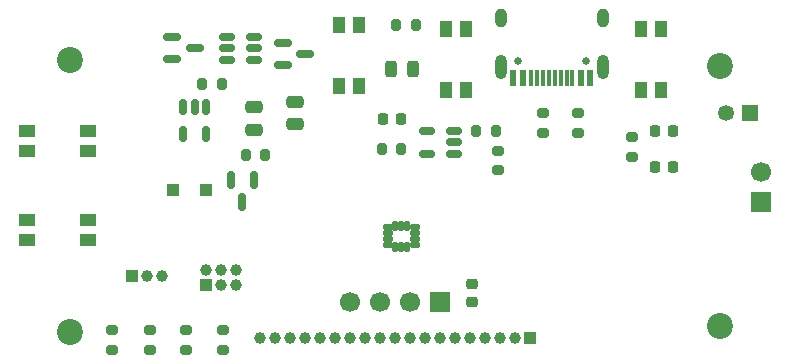
<source format=gbr>
%TF.GenerationSoftware,KiCad,Pcbnew,9.0.1*%
%TF.CreationDate,2025-06-14T17:56:14-05:00*%
%TF.ProjectId,OM-FlexGrid-Rigid-PCB,4f4d2d46-6c65-4784-9772-69642d526967,rev?*%
%TF.SameCoordinates,Original*%
%TF.FileFunction,Soldermask,Top*%
%TF.FilePolarity,Negative*%
%FSLAX46Y46*%
G04 Gerber Fmt 4.6, Leading zero omitted, Abs format (unit mm)*
G04 Created by KiCad (PCBNEW 9.0.1) date 2025-06-14 17:56:14*
%MOMM*%
%LPD*%
G01*
G04 APERTURE LIST*
G04 Aperture macros list*
%AMRoundRect*
0 Rectangle with rounded corners*
0 $1 Rounding radius*
0 $2 $3 $4 $5 $6 $7 $8 $9 X,Y pos of 4 corners*
0 Add a 4 corners polygon primitive as box body*
4,1,4,$2,$3,$4,$5,$6,$7,$8,$9,$2,$3,0*
0 Add four circle primitives for the rounded corners*
1,1,$1+$1,$2,$3*
1,1,$1+$1,$4,$5*
1,1,$1+$1,$6,$7*
1,1,$1+$1,$8,$9*
0 Add four rect primitives between the rounded corners*
20,1,$1+$1,$2,$3,$4,$5,0*
20,1,$1+$1,$4,$5,$6,$7,0*
20,1,$1+$1,$6,$7,$8,$9,0*
20,1,$1+$1,$8,$9,$2,$3,0*%
G04 Aperture macros list end*
%ADD10RoundRect,0.243750X0.243750X0.456250X-0.243750X0.456250X-0.243750X-0.456250X0.243750X-0.456250X0*%
%ADD11RoundRect,0.200000X-0.200000X-0.275000X0.200000X-0.275000X0.200000X0.275000X-0.200000X0.275000X0*%
%ADD12R,1.000000X1.000000*%
%ADD13C,1.000000*%
%ADD14RoundRect,0.101600X-0.300000X-0.150000X0.300000X-0.150000X0.300000X0.150000X-0.300000X0.150000X0*%
%ADD15RoundRect,0.101600X0.150000X-0.300000X0.150000X0.300000X-0.150000X0.300000X-0.150000X-0.300000X0*%
%ADD16R,1.700000X1.700000*%
%ADD17C,1.700000*%
%ADD18C,2.200000*%
%ADD19RoundRect,0.200000X-0.275000X0.200000X-0.275000X-0.200000X0.275000X-0.200000X0.275000X0.200000X0*%
%ADD20RoundRect,0.250000X-0.300000X-0.300000X0.300000X-0.300000X0.300000X0.300000X-0.300000X0.300000X0*%
%ADD21R,1.450000X1.000000*%
%ADD22RoundRect,0.150000X-0.150000X0.512500X-0.150000X-0.512500X0.150000X-0.512500X0.150000X0.512500X0*%
%ADD23RoundRect,0.225000X-0.250000X0.225000X-0.250000X-0.225000X0.250000X-0.225000X0.250000X0.225000X0*%
%ADD24RoundRect,0.150000X-0.587500X-0.150000X0.587500X-0.150000X0.587500X0.150000X-0.587500X0.150000X0*%
%ADD25RoundRect,0.200000X0.200000X0.275000X-0.200000X0.275000X-0.200000X-0.275000X0.200000X-0.275000X0*%
%ADD26RoundRect,0.150000X-0.512500X-0.150000X0.512500X-0.150000X0.512500X0.150000X-0.512500X0.150000X0*%
%ADD27R,1.000000X1.450000*%
%ADD28RoundRect,0.150000X-0.150000X0.587500X-0.150000X-0.587500X0.150000X-0.587500X0.150000X0.587500X0*%
%ADD29RoundRect,0.225000X-0.225000X-0.250000X0.225000X-0.250000X0.225000X0.250000X-0.225000X0.250000X0*%
%ADD30RoundRect,0.250000X-0.475000X0.250000X-0.475000X-0.250000X0.475000X-0.250000X0.475000X0.250000X0*%
%ADD31RoundRect,0.150000X0.512500X0.150000X-0.512500X0.150000X-0.512500X-0.150000X0.512500X-0.150000X0*%
%ADD32C,0.650000*%
%ADD33R,0.600000X1.450000*%
%ADD34R,0.300000X1.450000*%
%ADD35O,1.000000X2.100000*%
%ADD36O,1.000000X1.600000*%
%ADD37RoundRect,0.225000X0.225000X0.250000X-0.225000X0.250000X-0.225000X-0.250000X0.225000X-0.250000X0*%
%ADD38RoundRect,0.250000X0.475000X-0.250000X0.475000X0.250000X-0.475000X0.250000X-0.475000X-0.250000X0*%
%ADD39RoundRect,0.200000X0.275000X-0.200000X0.275000X0.200000X-0.275000X0.200000X-0.275000X-0.200000X0*%
%ADD40R,1.350000X1.350000*%
%ADD41C,1.350000*%
G04 APERTURE END LIST*
D10*
%TO.C,D2*%
X186000000Y-104250000D03*
X184125000Y-104250000D03*
%TD*%
D11*
%TO.C,R5*%
X186250000Y-100500000D03*
X184600000Y-100500000D03*
%TD*%
D12*
%TO.C,J6*%
X162230000Y-121750000D03*
D13*
X163500000Y-121750000D03*
X164770000Y-121750000D03*
%TD*%
D12*
%TO.C,J1*%
X168480000Y-122500000D03*
D13*
X168480000Y-121230000D03*
X169750000Y-122500000D03*
X169750000Y-121230000D03*
X171020000Y-122500000D03*
X171020000Y-121230000D03*
%TD*%
D14*
%TO.C,IC1*%
X183850000Y-117650000D03*
X183850000Y-118150000D03*
X183850000Y-118650000D03*
X183850000Y-119150000D03*
D15*
X184500000Y-119300000D03*
X185000000Y-119300000D03*
X185500000Y-119300000D03*
D14*
X186150000Y-119150000D03*
X186150000Y-118650000D03*
X186150000Y-118150000D03*
X186150000Y-117650000D03*
D15*
X185500000Y-117500000D03*
X185000000Y-117500000D03*
X184500000Y-117500000D03*
%TD*%
D16*
%TO.C,SCRN1*%
X188310000Y-124000000D03*
D17*
X185770000Y-124000000D03*
X183230000Y-124000000D03*
X180690000Y-124000000D03*
%TD*%
D18*
%TO.C,H4*%
X157000000Y-126500000D03*
%TD*%
%TO.C,H3*%
X212000000Y-126000000D03*
%TD*%
D19*
%TO.C,R14*%
X163700000Y-126350000D03*
X163700000Y-128000000D03*
%TD*%
D20*
%TO.C,D1*%
X165700000Y-114500000D03*
X168500000Y-114500000D03*
%TD*%
D21*
%TO.C,SELECT1*%
X153350000Y-118700000D03*
X153350000Y-117000000D03*
X158500000Y-118700000D03*
X158500000Y-117000000D03*
%TD*%
D22*
%TO.C,U3*%
X168450000Y-107500000D03*
X167500000Y-107500000D03*
X166550000Y-107500000D03*
X166550000Y-109775000D03*
X168450000Y-109775000D03*
%TD*%
D21*
%TO.C,MENU1*%
X153350000Y-111200000D03*
X153350000Y-109500000D03*
X158500000Y-111200000D03*
X158500000Y-109500000D03*
%TD*%
D23*
%TO.C,C11*%
X191000000Y-122450000D03*
X191000000Y-124000000D03*
%TD*%
D19*
%TO.C,R2*%
X200000000Y-108000000D03*
X200000000Y-109650000D03*
%TD*%
D24*
%TO.C,Q3*%
X165625000Y-101500000D03*
X165625000Y-103400000D03*
X167500000Y-102450000D03*
%TD*%
D25*
%TO.C,R4*%
X185000000Y-111000000D03*
X183350000Y-111000000D03*
%TD*%
D18*
%TO.C,H1*%
X157000000Y-103500000D03*
%TD*%
D26*
%TO.C,MAX1*%
X170225000Y-101550000D03*
X170225000Y-102500000D03*
X170225000Y-103450000D03*
X172500000Y-103450000D03*
X172500000Y-102500000D03*
X172500000Y-101550000D03*
%TD*%
D27*
%TO.C,BOOT1*%
X205300000Y-100850000D03*
X207000000Y-100850000D03*
X205300000Y-106000000D03*
X207000000Y-106000000D03*
%TD*%
D28*
%TO.C,Q2*%
X172500000Y-113600000D03*
X170600000Y-113600000D03*
X171550000Y-115475000D03*
%TD*%
D19*
%TO.C,R1*%
X197000000Y-108000000D03*
X197000000Y-109650000D03*
%TD*%
D27*
%TO.C,SW_PWR1*%
X179750000Y-100500000D03*
X181450000Y-100500000D03*
X179750000Y-105650000D03*
X181450000Y-105650000D03*
%TD*%
D29*
%TO.C,C10*%
X206450000Y-112500000D03*
X208000000Y-112500000D03*
%TD*%
D19*
%TO.C,R8*%
X193175000Y-111175000D03*
X193175000Y-112825000D03*
%TD*%
D29*
%TO.C,C8*%
X183450000Y-108500000D03*
X185000000Y-108500000D03*
%TD*%
D16*
%TO.C,J2*%
X215500000Y-115500000D03*
D17*
X215500000Y-112960000D03*
%TD*%
D11*
%TO.C,R3*%
X168175000Y-105500000D03*
X169825000Y-105500000D03*
%TD*%
D18*
%TO.C,H2*%
X212000000Y-104000000D03*
%TD*%
D30*
%TO.C,C7*%
X176000000Y-107000000D03*
X176000000Y-108900000D03*
%TD*%
D31*
%TO.C,U4*%
X189500000Y-111400000D03*
X189500000Y-110450000D03*
X189500000Y-109500000D03*
X187225000Y-109500000D03*
X187225000Y-111400000D03*
%TD*%
D27*
%TO.C,SW_RST1*%
X188800000Y-100850000D03*
X190500000Y-100850000D03*
X188800000Y-106000000D03*
X190500000Y-106000000D03*
%TD*%
D32*
%TO.C,J4*%
X200640000Y-103555000D03*
X194860000Y-103555000D03*
D33*
X201000000Y-105000000D03*
X200200000Y-105000000D03*
D34*
X199000000Y-105000000D03*
X198000000Y-105000000D03*
X197500000Y-105000000D03*
X196500000Y-105000000D03*
D33*
X195300000Y-105000000D03*
X194500000Y-105000000D03*
X194500000Y-105000000D03*
X195300000Y-105000000D03*
D34*
X196000000Y-105000000D03*
X197000000Y-105000000D03*
X198500000Y-105000000D03*
X199500000Y-105000000D03*
D33*
X200200000Y-105000000D03*
X201000000Y-105000000D03*
D35*
X202070000Y-104085000D03*
D36*
X202070000Y-99905000D03*
D35*
X193430000Y-104085000D03*
D36*
X193430000Y-99905000D03*
%TD*%
D37*
%TO.C,C5*%
X208000000Y-109500000D03*
X206450000Y-109500000D03*
%TD*%
D11*
%TO.C,R7*%
X191350000Y-109500000D03*
X193000000Y-109500000D03*
%TD*%
D38*
%TO.C,C6*%
X172500000Y-109400000D03*
X172500000Y-107500000D03*
%TD*%
D19*
%TO.C,R15*%
X160500000Y-126350000D03*
X160500000Y-128000000D03*
%TD*%
%TO.C,R12*%
X169900000Y-126350000D03*
X169900000Y-128000000D03*
%TD*%
D39*
%TO.C,R6*%
X204500000Y-111650000D03*
X204500000Y-110000000D03*
%TD*%
D19*
%TO.C,R13*%
X166800000Y-126350000D03*
X166800000Y-128000000D03*
%TD*%
D24*
%TO.C,D3*%
X175000000Y-102000000D03*
X175000000Y-103900000D03*
X176875000Y-102950000D03*
%TD*%
D11*
%TO.C,R9*%
X171850000Y-111500000D03*
X173500000Y-111500000D03*
%TD*%
D40*
%TO.C,J5*%
X214500000Y-108000000D03*
D41*
X212500000Y-108000000D03*
%TD*%
D12*
%TO.C,J3*%
X195930000Y-127000000D03*
D13*
X194660000Y-127000000D03*
X193390000Y-127000000D03*
X192120000Y-127000000D03*
X190850000Y-127000000D03*
X189580000Y-127000000D03*
X188310000Y-127000000D03*
X187040000Y-127000000D03*
X185770000Y-127000000D03*
X184500000Y-127000000D03*
X183230000Y-127000000D03*
X181960000Y-127000000D03*
X180690000Y-127000000D03*
X179420000Y-127000000D03*
X178150000Y-127000000D03*
X176880000Y-127000000D03*
X175610000Y-127000000D03*
X174340000Y-127000000D03*
X173070000Y-127000000D03*
%TD*%
M02*

</source>
